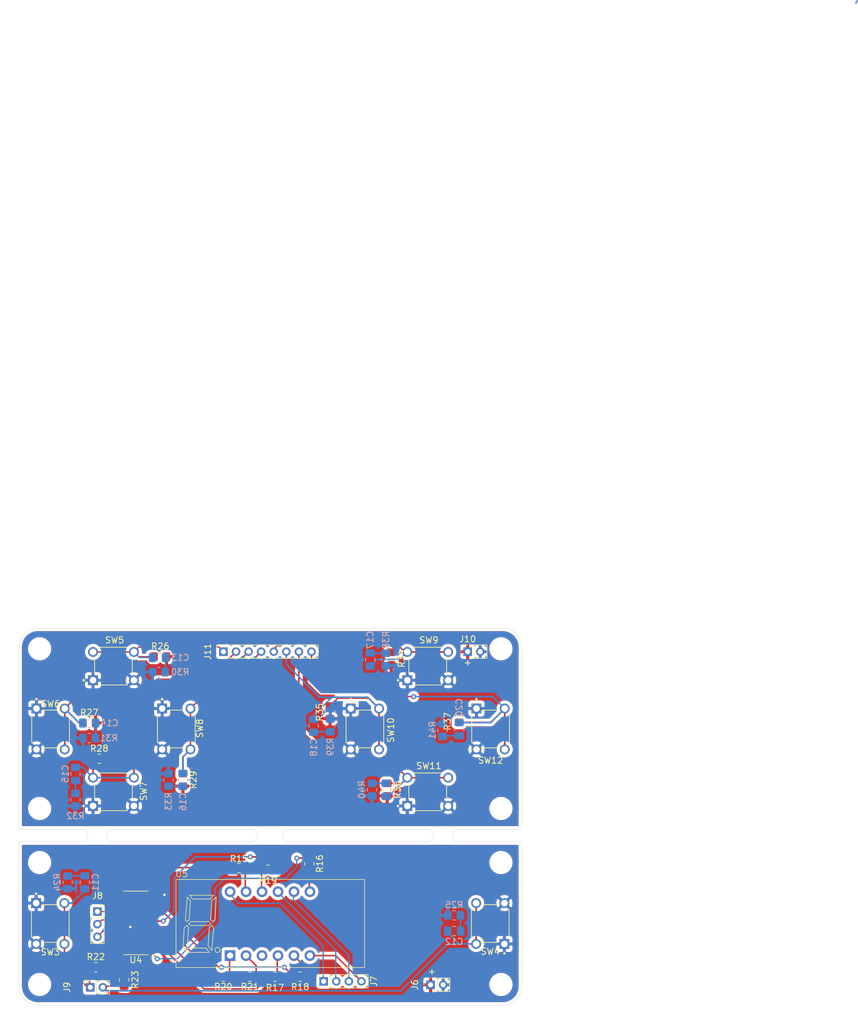
<source format=kicad_pcb>
(kicad_pcb (version 20240108) (generator "pcbnew") (generator_version "8.0")
  (layers (0 "F.Cu" signal) (31 "B.Cu" signal) (34 "B.Paste" user) (35 "F.Paste" user) (36 "B.SilkS" user "B.Silkscreen") (37 "F.SilkS" user "F.Silkscreen") (38 "B.Mask" user) (39 "F.Mask" user) (44 "Edge.Cuts" user))
  (net 0 "")
  (net 1 "GND")
  (net 2 "VDD")
  (net 3 "Multiplex 1")
  (net 4 "Multiplex 2")
  (net 5 "Multiplex 3")
  (net 6 "Multiplex 4")
  (net 7 "/Score display/A")
  (net 8 "Net-(U4-QA)")
  (net 9 "/Score display/B")
  (net 10 "Net-(U4-QB)")
  (net 11 "/Score display/C")
  (net 12 "Net-(U4-QC)")
  (net 13 "Net-(U4-QG)")
  (net 14 "/Score display/G")
  (net 15 "Net-(U4-QF)")
  (net 16 "/Score display/F")
  (net 17 "Net-(U4-QE)")
  (net 18 "/Score display/E")
  (net 19 "/Score display/D")
  (net 20 "Net-(U4-QD)")
  (net 22 "Score latch")
  (net 23 "Score data")
  (net 24 "Score clk")
  (net 26 "Net-(C11-Pad2)")
  (net 27 "Net-(C12-Pad2)")
  (net 28 "Net-(C13-Pad2)")
  (net 29 "Net-(C14-Pad2)")
  (net 30 "Net-(C15-Pad2)")
  (net 31 "Net-(C16-Pad2)")
  (net 32 "Net-(C17-Pad2)")
  (net 33 "Net-(C18-Pad2)")
  (net 35 "/Score display/Button 9")
  (net 36 "/Score display/Button 10")
  (net 37 "/Press buttons/Button 1")
  (net 38 "/Press buttons/Button 2")
  (net 39 "/Press buttons/Button 3")
  (net 40 "/Press buttons/Button 4")
  (net 41 "/Press buttons/Button 6")
  (net 42 "/Press buttons/Button 7")
  (net 43 "Net-(C19-Pad2)")
  (net 44 "/Press buttons/Button 8")
  (net 45 "Net-(C20-Pad2)")
  (net 46 "/Press buttons/Button 5")
  (footprint "Resistor_SMD:R_0805_2012Metric_Pad1.20x1.40mm_HandSolder" (layer "F.Cu") (at 147.206 88.909 -90)
    (property "Reference" "R35")
    (property "Value" "4.7k")
  )
  (footprint "Resistor_SMD:R_0805_2012Metric_Pad1.20x1.40mm_HandSolder" (layer "F.Cu") (at 138.456 130.959)
    (property "Reference" "R17")
    (property "Value" "220R")
  )
  (footprint "Resistor_SMD:R_0805_2012Metric_Pad1.20x1.40mm_HandSolder" (layer "F.Cu") (at 109.956 129.459)
    (property "Reference" "R22")
    (property "Value" "4.7k")
  )
  (footprint "" (layer "F.Cu") (at 174.406 112.809 -90)
    (property "Reference" "")
    (property "Value" "")
  )
  (footprint "Resistor_SMD:R_0805_2012Metric_Pad1.20x1.40mm_HandSolder" (layer "F.Cu") (at 120.206 80.059)
    (property "Reference" "R26")
    (property "Value" "4.7k")
  )
  (footprint "" (layer "F.Cu") (at 101.006 78.809 -90)
    (property "Reference" "")
    (property "Value" "")
  )
  (footprint "2048_footprints:SW_TL1105SPF160Q" (layer "F.Cu") (at 162.756 81.559)
    (property "Reference" "SW9")
    (property "Value" "Button")
  )
  (footprint "2048_footprints:SW_TL1105SPF160Q" (layer "F.Cu") (at 152.756 91.559 -90)
    (property "Reference" "SW10")
    (property "Value" "Button")
  )
  (footprint "" (layer "F.Cu") (at 174.406 78.809 -90)
    (property "Reference" "")
    (property "Value" "")
  )
  (footprint "" (layer "F.Cu") (at 174.406 132.209 90)
    (property "Reference" "")
    (property "Value" "")
  )
  (footprint "Resistor_SMD:R_0805_2012Metric_Pad1.20x1.40mm_HandSolder" (layer "F.Cu") (at 156.306 101.209 -90)
    (property "Reference" "R36")
    (property "Value" "4.7k")
  )
  (footprint "" (layer "F.Cu") (at 101.006 132.209 90)
    (property "Reference" "")
    (property "Value" "")
  )
  (footprint "" (layer "F.Cu") (at 174.406 104.209 90)
    (property "Reference" "" (hide yes))
    (property "Value" "")
  )
  (footprint "2048_footprints:SW_TL1105SPF160Q" (layer "F.Cu") (at 112.756 81.559)
    (property "Reference" "SW5")
    (property "Value" "Button")
  )
  (footprint "2048_footprints:SW_TL1105SPF160Q" (layer "F.Cu") (at 172.756 91.559 -90)
    (property "Reference" "SW12")
    (property "Value" "Button")
  )
  (footprint "Package_SO:SOP-16_3.9x9.9mm_P1.27mm" (layer "F.Cu") (at 116.321 122.409 180)
    (property "Reference" "U4")
    (property "Value" "74HC595")
  )
  (footprint "2048_footprints:CL3641BH" (layer "F.Cu") (at 137.706 129.509)
    (property "Reference" "U5")
    (property "Value" "CL3641BH")
  )
  (footprint "Resistor_SMD:R_0805_2012Metric_Pad1.20x1.40mm_HandSolder" (layer "F.Cu") (at 130.221 130.959 180)
    (property "Reference" "R20")
    (property "Value" "220R")
  )
  (footprint "2048_footprints:SW_TL1105SPF160Q" (layer "F.Cu") (at 102.706 122.509 -90)
    (property "Reference" "SW3")
    (property "Value" "Button")
  )
  (footprint "" (layer "F.Cu") (at 101.006 104.209 90)
    (property "Reference" "")
    (property "Value" "")
  )
  (footprint "2048_footprints:SW_TL1105SPF160Q" (layer "F.Cu") (at 172.706 122.509 90)
    (property "Reference" "SW4")
    (property "Value" "Button")
  )
  (footprint "Resistor_SMD:R_0805_2012Metric_Pad1.20x1.40mm_HandSolder" (layer "F.Cu") (at 167.756 89.509 90)
    (property "Reference" "R37")
    (property "Value" "4.7k")
  )
  (footprint "Resistor_SMD:R_0805_2012Metric_Pad1.20x1.40mm_HandSolder" (layer "F.Cu") (at 108.906 90.609)
    (property "Reference" "R27")
    (property "Value" "4.7k")
  )
  (footprint "Resistor_SMD:R_0805_2012Metric_Pad1.20x1.40mm_HandSolder" (layer "F.Cu") (at 142.456 130.959 180)
    (property "Reference" "R18")
    (property "Value" "220R")
  )
  (footprint "Connector_PinSocket_2.00mm:PinSocket_1x02_P2.00mm_Vertical" (layer "F.Cu") (at 169.106 79.259 90)
    (property "Reference" "J10")
    (property "Value" "Power conn")
  )
  (footprint "Resistor_SMD:R_0805_2012Metric_Pad1.20x1.40mm_HandSolder" (layer "F.Cu") (at 114.456 131.459 90)
    (property "Reference" "R23")
    (property "Value" "4.7k")
  )
  (footprint "Connector_PinSocket_2.00mm:PinSocket_1x08_P2.00mm_Vertical" (layer "F.Cu") (at 130.256 79.259 90)
    (property "Reference" "J11")
    (property "Value" "Button conn")
  )
  (footprint "Resistor_SMD:R_0805_2012Metric_Pad1.20x1.40mm_HandSolder" (layer "F.Cu") (at 123.806 99.659 -90)
    (property "Reference" "R29")
    (property "Value" "4.7k")
  )
  (footprint "2048_footprints:SW_TL1105SPF160Q" (layer "F.Cu") (at 162.756 101.559)
    (property "Reference" "SW11")
    (property "Value" "Button")
  )
  (footprint "2048_footprints:SW_TL1105SPF160Q" (layer "F.Cu") (at 122.756 91.559 -90)
    (property "Reference" "SW8")
    (property "Value" "Button")
  )
  (footprint "Connector_PinSocket_2.00mm:PinSocket_1x02_P2.00mm_Vertical" (layer "F.Cu") (at 109.071 132.659 90)
    (property "Reference" "J9")
    (property "Value" "Misc conn 1")
  )
  (footprint "2048_footprints:SW_TL1105SPF160Q" (layer "F.Cu") (at 112.756 101.559)
    (property "Reference" "SW7")
    (property "Value" "Button")
  )
  (footprint "2048_footprints:SW_TL1105SPF160Q" (layer "F.Cu") (at 102.756 91.559 -90)
    (property "Reference" "SW6")
    (property "Value" "Button")
  )
  (footprint "Connector_PinSocket_2.00mm:PinSocket_1x02_P2.00mm_Vertical" (layer "F.Cu") (at 163.206 132.259 90)
    (property "Reference" "J6")
    (property "Value" "Power conn")
  )
  (footprint "Resistor_SMD:R_0805_2012Metric_Pad1.20x1.40mm_HandSolder" (layer "F.Cu") (at 132.721 113.709)
    (property "Reference" "R15")
    (property "Value" "220R")
  )
  (footprint "Resistor_SMD:R_0805_2012Metric_Pad1.20x1.40mm_HandSolder" (layer "F.Cu") (at 110.506 96.309)
    (property "Reference" "R28")
    (property "Value" "4.7k")
  )
  (footprint "Resistor_SMD:R_0805_2012Metric_Pad1.20x1.40mm_HandSolder" (layer "F.Cu") (at 143.921004 112.989 -90)
    (property "Reference" "R16")
    (property "Value" "220R")
  )
  (footprint "Resistor_SMD:R_0805_2012Metric_Pad1.20x1.40mm_HandSolder" (layer "F.Cu") (at 134.456 130.959 180)
    (property "Reference" "R21")
    (property "Value" "220R")
  )
  (footprint "Resistor_SMD:R_0805_2012Metric_Pad1.20x1.40mm_HandSolder" (layer "F.Cu") (at 137.356 113.959)
    (property "Reference" "R19")
    (property "Value" "220R")
  )
  (footprint "Connector_PinSocket_2.00mm:PinSocket_1x04_P2.00mm_Vertical" (layer "F.Cu") (at 146.206 131.709 90)
    (property "Reference" "J7")
    (property "Value" "Mux Conn")
  )
  (footprint "Connector_PinSocket_2.00mm:PinSocket_1x03_P2.00mm_Vertical" (layer "F.Cu") (at 110.206 120.609)
    (property "Reference" "J8")
    (property "Value" "Shift Reg Conn")
  )
  (footprint "Resistor_SMD:R_0805_2012Metric_Pad1.20x1.40mm_HandSolder" (layer "F.Cu") (at 156.956 80.359 -90)
    (property "Reference" "R34")
    (property "Value" "4.7k")
  )
  (footprint "" (layer "F.Cu") (at 101.006 112.809 -90)
    (property "Reference" "")
    (property "Value" "")
  )
  (footprint "Capacitor_SMD:C_0805_2012Metric_Pad1.18x1.45mm_HandSolder" (layer "B.Cu") (at 108.906 90.609)
    (property "Reference" "C14")
    (property "Value" "0.1uF (DNP)")
  )
  (footprint "Resistor_SMD:R_0805_2012Metric_Pad1.20x1.40mm_HandSolder" (layer "B.Cu") (at 108.906 93.009 180)
    (property "Reference" "R31")
    (property "Value" "100R (DNP)")
  )
  (footprint "Capacitor_SMD:C_0805_2012Metric_Pad1.18x1.45mm_HandSolder" (layer "B.Cu") (at 106.706 98.709 -90)
    (property "Reference" "C15")
    (property "Value" "0.1uF (DNP)")
  )
  (footprint "Resistor_SMD:R_0805_2012Metric_Pad1.20x1.40mm_HandSolder" (layer "B.Cu") (at 119.9685 82.509 180)
    (property "Reference" "R30")
    (property "Value" "100R (DNP)")
  )
  (footprint "Resistor_SMD:R_0805_2012Metric_Pad1.20x1.40mm_HandSolder" (layer "B.Cu") (at 147.256 90.9965 90)
    (property "Reference" "R39")
    (property "Value" "100R (DNP)")
  )
  (footprint "Resistor_SMD:R_0805_2012Metric_Pad1.20x1.40mm_HandSolder" (layer "B.Cu") (at 153.906 101.209 -90)
    (property "Reference" "R40")
    (property "Value" "100R (DNP)")
  )
  (footprint "Capacitor_SMD:C_0805_2012Metric_Pad1.18x1.45mm_HandSolder" (layer "B.Cu") (at 123.806 99.659 -90)
    (property "Reference" "C16")
    (property "Value" "0.1uF (DNP)")
  )
  (footprint "Resistor_SMD:R_0805_2012Metric_Pad1.20x1.40mm_HandSolder" (layer "B.Cu") (at 165.106 91.759 90)
    (property "Reference" "R41")
    (property "Value" "100R (DNP)")
  )
  (footprint "Capacitor_SMD:C_0805_2012Metric_Pad1.18x1.45mm_HandSolder" (layer "B.Cu") (at 153.606 80.509 90)
    (property "Reference" "C17")
    (property "Value" "0.1uF (DNP)")
  )
  (footprint "Resistor_SMD:R_0805_2012Metric_Pad1.20x1.40mm_HandSolder" (layer "B.Cu") (at 105.456 115.959 -90)
    (property "Reference" "R24")
    (property "Value" "100R (DNP)")
  )
  (footprint "Resistor_SMD:R_0805_2012Metric_Pad1.20x1.40mm_HandSolder" (layer "B.Cu") (at 106.706 102.809 -90)
    (property "Reference" "R32")
    (property "Value" "100R (DNP)")
  )
  (footprint "Capacitor_SMD:C_0805_2012Metric_Pad1.18x1.45mm_HandSolder" (layer "B.Cu") (at 108.206 115.959 90)
    (property "Reference" "C11")
    (property "Value" "0.1uF (DNP)")
  )
  (footprint "Resistor_SMD:R_0805_2012Metric_Pad1.20x1.40mm_HandSolder" (layer "B.Cu") (at 121.506 99.659 90)
    (property "Reference" "R33")
    (property "Value" "100R (DNP)")
  )
  (footprint "Capacitor_SMD:C_0805_2012Metric_Pad1.18x1.45mm_HandSolder" (layer "B.Cu") (at 120.006 80.209)
    (property "Reference" "C13")
    (property "Value" "0.1uF (DNP)")
  )
  (footprint "Capacitor_SMD:C_0805_2012Metric_Pad1.18x1.45mm_HandSolder" (layer "B.Cu") (at 167.756 91.5965 -90)
    (property "Reference" "C20")
    (property "Value" "0.1uF (DNP)")
  )
  (footprint "Capacitor_SMD:C_0805_2012Metric_Pad1.18x1.45mm_HandSolder" (layer "B.Cu") (at 156.106 101.2465 90)
    (property "Reference" "C19")
    (property "Value" "0.1uF (DNP)")
  )
  (footprint "Resistor_SMD:R_0805_2012Metric_Pad1.20x1.40mm_HandSolder" (layer "B.Cu") (at 156.106 80.509 -90)
    (property "Reference" "R38")
    (property "Value" "100R (DNP)")
  )
  (footprint "Capacitor_SMD:C_0805_2012Metric_Pad1.18x1.45mm_HandSolder" (layer "B.Cu") (at 144.606 91.0465 -90)
    (property "Reference" "C18")
    (property "Value" "0.1uF (DNP)")
  )
  (footprint "Capacitor_SMD:C_0805_2012Metric_Pad1.18x1.45mm_HandSolder" (layer "B.Cu") (at 166.956 123.709)
    (property "Reference" "C12")
    (property "Value" "0.1uF (DNP)")
  )
  (footprint "Resistor_SMD:R_0805_2012Metric_Pad1.20x1.40mm_HandSolder" (layer "B.Cu") (at 166.956 121.209 180)
    (property "Reference" "R25")
    (property "Value" "100R (DNP)")
  )
  (gr_arc (start 134.706 107.509) (mid 135.706 108.509) (end 134.706 109.509) (stroke (width 0.05)) (layer "Edge.Cuts"))
  (gr_line (start 140.706 107.509) (end 162.712 107.509) (stroke (width 0.05)) (layer "Edge.Cuts"))
  (gr_line (start 97.706 109.509) (end 107.706 109.509) (stroke (width 0.05)) (layer "Edge.Cuts"))
  (gr_line (start 177.706 109.509) (end 177.706 132.509) (stroke (width 0.05)) (layer "Edge.Cuts"))
  (gr_arc (start 97.706 78.509) (mid 98.58468 76.38768) (end 100.706 75.509) (stroke (width 0.05)) (layer "Edge.Cuts"))
  (gr_line (start 177.706 107.509) (end 167.706 107.509) (stroke (width 0.05)) (layer "Edge.Cuts"))
  (gr_line (start 177.706 109.509) (end 167.706 109.509) (stroke (width 0.05)) (layer "Edge.Cuts"))
  (gr_line (start 162.706 109.509) (end 140.7 109.509) (stroke (width 0.05)) (layer "Edge.Cuts"))
  (gr_arc (start 112.706 109.509) (mid 111.706 108.509) (end 112.706 107.509) (stroke (width 0.05)) (layer "Edge.Cuts"))
  (gr_line (start 112.706 107.509) (end 134.7 107.509) (stroke (width 0.05)) (layer "Edge.Cuts"))
  (gr_line (start 100.706 75.509) (end 174.706 75.509) (stroke (width 0.05)) (layer "Edge.Cuts"))
  (gr_arc (start 140.706 109.509) (mid 139.706 108.509) (end 140.706 107.509) (stroke (width 0.05)) (layer "Edge.Cuts"))
  (gr_line (start 174.706 135.509) (end 100.706 135.509) (stroke (width 0.05)) (layer "Edge.Cuts"))
  (gr_arc (start 107.706 107.509) (mid 108.706 108.509) (end 107.706 109.509) (stroke (width 0.05)) (layer "Edge.Cuts"))
  (gr_arc (start 177.706 132.509) (mid 176.82732 134.63032) (end 174.706 135.509) (stroke (width 0.05)) (layer "Edge.Cuts"))
  (gr_line (start 134.7 109.509) (end 112.706 109.509) (stroke (width 0.05)) (layer "Edge.Cuts"))
  (gr_line (start 97.706 109.509) (end 97.706 132.509) (stroke (width 0.05)) (layer "Edge.Cuts"))
  (gr_arc (start 162.706 107.509) (mid 163.706 108.509) (end 162.706 109.509) (stroke (width 0.05)) (layer "Edge.Cuts"))
  (gr_arc (start 167.706 109.509) (mid 166.706 108.509) (end 167.706 107.509) (stroke (width 0.05)) (layer "Edge.Cuts"))
  (gr_line (start 97.706 107.509) (end 97.706 78.509) (stroke (width 0.05)) (layer "Edge.Cuts"))
  (gr_line (start 177.706 107.509) (end 177.706 78.509) (stroke (width 0.05)) (layer "Edge.Cuts"))
  (gr_arc (start 100.706 135.509) (mid 98.58468 134.63032) (end 97.706 132.509) (stroke (width 0.05)) (layer "Edge.Cuts"))
  (gr_arc (start 174.706 75.509) (mid 176.82732 76.38768) (end 177.706 78.509) (stroke (width 0.05)) (layer "Edge.Cuts"))
  (gr_line (start 97.706 107.509) (end 107.706 107.509) (stroke (width 0.05)) (layer "Edge.Cuts"))
  (gr_text "+" (at 162.706 130.709 0) (layer "F.SilkS") (effects (font (size 1 1)) (justify left bottom)))
  (gr_text "+" (at 168.406 81.559 0) (layer "F.SilkS") (effects (font (size 1 1)) (justify left bottom)))
  (segment (start 230.9 -23.875) (end 230.9 -24.075) (width 0.2) (layer "B.Cu") (net 0))
  (segment (start 230.9 -24.075) (end 231.125 -24.3) (width 0.2) (layer "B.Cu") (net 0))
  (segment (start 118.821 117.964) (end 120.866 117.964) (width 0.25) (layer "F.Cu") (net 1))
  (segment (start 115.431 123.044) (end 115.446 123.059) (width 0.25) (layer "F.Cu") (net 1))
  (segment (start 120.866 117.964) (end 120.871 117.959) (width 0.25) (layer "F.Cu") (net 1))
  (segment (start 113.821 123.044) (end 115.431 123.044) (width 0.25) (layer "F.Cu") (net 1))
  (via (at 120.871 117.959) (size 0.8) (drill 0.4) (layers "F.Cu" "B.Cu") (net 1))
  (via (at 115.446 123.059) (size 0.8) (drill 0.4) (layers "F.Cu" "B.Cu") (net 1))
  (segment (start 139.321 119.309) (end 146.121 126.109) (width 0.2) (layer "B.Cu") (net 3))
  (segment (start 131.226 117.814) (end 132.721 119.309) (width 0.2) (layer "B.Cu") (net 3))
  (segment (start 146.121 131.624) (end 146.206 131.709) (width 0.2) (layer "B.Cu") (net 3))
  (segment (start 146.121 126.109) (end 146.121 131.624) (width 0.2) (layer "B.Cu") (net 3))
  (segment (start 131.226 117.449) (end 131.226 117.814) (width 0.2) (layer "B.Cu") (net 3))
  (segment (start 132.721 119.309) (end 139.321 119.309) (width 0.2) (layer "B.Cu") (net 3))
  (segment (start 138.846 117.449) (end 148.121 126.724) (width 0.2) (layer "B.Cu") (net 4))
  (segment (start 148.121 131.624) (end 148.206 131.709) (width 0.2) (layer "B.Cu") (net 4))
  (segment (start 148.121 126.724) (end 148.121 131.624) (width 0.2) (layer "B.Cu") (net 4))
  (segment (start 150.206 127.594) (end 150.206 131.709) (width 0.2) (layer "B.Cu") (net 5))
  (segment (start 141.386 117.449) (end 141.386 118.774) (width 0.2) (layer "B.Cu") (net 5))
  (segment (start 141.386 118.774) (end 150.206 127.594) (width 0.2) (layer "B.Cu") (net 5))
  (segment (start 144.006 127.609) (end 148.106 127.609) (width 0.25) (layer "F.Cu") (net 6))
  (segment (start 148.106 127.609) (end 152.206 131.709) (width 0.25) (layer "F.Cu") (net 6))
  (segment (start 133.721004 113.989) (end 133.721 113.989004) (width 0.25) (layer "F.Cu") (net 7))
  (segment (start 133.721 113.989004) (end 133.721 117.404) (width 0.25) (layer "F.Cu") (net 7))
  (segment (start 133.721 117.404) (end 133.766 117.449) (width 0.25) (layer "F.Cu") (net 7))
  (segment (start 114.820999 125.584) (end 116.937 123.467999) (width 0.25) (layer "F.Cu") (net 8))
  (segment (start 116.937 123.467999) (end 116.937 116.093) (width 0.25) (layer "F.Cu") (net 8))
  (segment (start 114.651004 125.779) (end 113.921004 125.779) (width 0.2) (layer "F.Cu") (net 8))
  (segment (start 113.821 125.584) (end 114.820999 125.584) (width 0.25) (layer "F.Cu") (net 8))
  (segment (start 119.421 113.609) (end 131.621 113.609) (width 0.25) (layer "F.Cu") (net 8))
  (segment (start 131.621 113.609) (end 131.721 113.709) (width 0.25) (layer "F.Cu") (net 8))
  (segment (start 116.937 116.093) (end 119.421 113.609) (width 0.25) (layer "F.Cu") (net 8))
  (segment (start 143.921 117.444) (end 143.926 117.449) (width 0.25) (layer "F.Cu") (net 9))
  (segment (start 143.921004 113.989) (end 143.921 113.989004) (width 0.25) (layer "F.Cu") (net 9))
  (segment (start 143.921 113.989004) (end 143.921 117.444) (width 0.25) (layer "F.Cu") (net 9))
  (segment (start 141.921 112.109) (end 143.801004 112.109) (width 0.25) (layer "F.Cu") (net 10))
  (segment (start 118.821 126.854) (end 118.821 127.209) (width 0.2) (layer "F.Cu") (net 10))
  (segment (start 118.821 127.209) (end 119.721 128.109) (width 0.2) (layer "F.Cu") (net 10))
  (segment (start 143.801004 112.109) (end 143.921004 111.989) (width 0.25) (layer "F.Cu") (net 10))
  (via (at 119.721 128.109) (size 0.8) (drill 0.4) (layers "F.Cu" "B.Cu") (net 10))
  (via (at 141.921 112.109) (size 0.8) (drill 0.4) (layers "F.Cu" "B.Cu") (net 10))
  (segment (start 130.471 115.309) (end 140.121 115.309) (width 0.2) (layer "B.Cu") (net 10))
  (segment (start 140.121 115.309) (end 141.921 113.509) (width 0.2) (layer "B.Cu") (net 10))
  (segment (start 119.721 128.109) (end 122.921 128.109) (width 0.2) (layer "B.Cu") (net 10))
  (segment (start 128.921 116.859) (end 130.471 115.309) (width 0.2) (layer "B.Cu") (net 10))
  (segment (start 128.921 122.109) (end 128.921 116.859) (width 0.2) (layer "B.Cu") (net 10))
  (segment (start 141.921 113.509) (end 141.921 112.109) (width 0.2) (layer "B.Cu") (net 10))
  (segment (start 122.921 128.109) (end 128.921 122.109) (width 0.2) (layer "B.Cu") (net 10))
  (segment (start 138.821 127.629) (end 138.841 127.609) (width 0.25) (layer "F.Cu") (net 11))
  (segment (start 138.821 130.324) (end 138.821 127.629) (width 0.25) (layer "F.Cu") (net 11))
  (segment (start 139.456 130.959) (end 138.821 130.324) (width 0.25) (layer "F.Cu") (net 11))
  (segment (start 119.820999 125.584) (end 118.821 125.584) (width 0.25) (layer "F.Cu") (net 12))
  (segment (start 127.145999 132.909) (end 119.820999 125.584) (width 0.25) (layer "F.Cu") (net 12))
  (segment (start 135.506 132.909) (end 127.145999 132.909) (width 0.25) (layer "F.Cu") (net 12))
  (segment (start 137.456 130.959) (end 135.506 132.909) (width 0.25) (layer "F.Cu") (net 12))
  (segment (start 129.456 129.459) (end 129.956 129.459) (width 0.25) (layer "F.Cu") (net 13))
  (segment (start 139.956 129.459) (end 141.456 130.959) (width 0.25) (layer "F.Cu") (net 13))
  (segment (start 127.456 127.459) (end 129.456 129.459) (width 0.25) (layer "F.Cu") (net 13))
  (segment (start 120.501 120.504) (end 127.456 127.459) (width 0.25) (layer "F.Cu") (net 13))
  (segment (start 118.821 120.504) (end 120.501 120.504) (width 0.25) (layer "F.Cu") (net 13))
  (via (at 139.956 129.459) (size 0.8) (drill 0.4) (layers "F.Cu" "B.Cu") (net 13))
  (via (at 129.956 129.459) (size 0.8) (drill 0.4) (layers "F.Cu" "B.Cu") (net 13))
  (segment (start 139.956 129.459) (end 129.956 129.459) (width 0.25) (layer "B.Cu") (net 13))
  (segment (start 143.456 129.599) (end 141.466 127.609) (width 0.25) (layer "F.Cu") (net 14))
  (segment (start 143.456 130.959) (end 143.456 129.599) (width 0.25) (layer "F.Cu") (net 14))
  (segment (start 134.521 111.909) (end 136.241004 111.909) (width 0.25) (layer "F.Cu") (net 15))
  (segment (start 120.703 122.122) (end 119.169 122.122) (width 0.25) (layer "F.Cu") (net 15))
  (segment (start 119.169 122.122) (end 118.821 121.774) (width 0.25) (layer "F.Cu") (net 15))
  (segment (start 136.241004 111.909) (end 138.291004 113.959) (width 0.25) (layer "F.Cu") (net 15))
  (segment (start 138.291004 113.959) (end 138.356 113.959) (width 0.25) (layer "F.Cu") (net 15))
  (via (at 134.521 111.909) (size 0.8) (drill 0.4) (layers "F.Cu" "B.Cu") (net 15))
  (via (at 120.703 122.122) (size 0.8) (drill 0.4) (layers "F.Cu" "B.Cu") (net 15))
  (segment (start 125.721 111.909) (end 134.521 111.909) (width 0.25) (layer "B.Cu") (net 15))
  (segment (start 122.388 115.242) (end 125.721 111.909) (width 0.25) (layer "B.Cu") (net 15))
  (segment (start 120.703 122.122) (end 122.388 120.437) (width 0.25) (layer "B.Cu") (net 15))
  (segment (start 122.388 120.437) (end 122.388 115.242) (width 0.25) (layer "B.Cu") (net 15))
  (segment (start 136.321004 113.989) (end 136.306 114.004004) (width 0.25) (layer "F.Cu") (net 16))
  (segment (start 136.306 114.004004) (end 136.306 117.449) (width 0.25) (layer "F.Cu") (net 16))
  (segment (start 121.156 123.044) (end 118.821 123.044) (width 0.25) (layer "F.Cu") (net 17))
  (segment (start 129.071 130.959) (end 121.156 123.044) (width 0.25) (layer "F.Cu") (net 17))
  (segment (start 129.221 130.959) (end 129.071 130.959) (width 0.25) (layer "F.Cu") (net 17))
  (segment (start 131.221 127.609) (end 131.221 130.989) (width 0.25) (layer "F.Cu") (net 18))
  (segment (start 135.456 129.219) (end 133.846 127.609) (width 0.25) (layer "F.Cu") (net 19))
  (segment (start 133.821 127.669) (end 133.761 127.609) (width 0.25) (layer "F.Cu") (net 19))
  (segment (start 135.456 130.959) (end 135.456 129.219) (width 0.25) (layer "F.Cu") (net 19))
  (segment (start 120.226 124.314) (end 118.821 124.314) (width 0.25) (layer "F.Cu") (net 20))
  (segment (start 128.121 132.209) (end 120.226 124.314) (width 0.25) (layer "F.Cu") (net 20))
  (segment (start 133.456 130.959) (end 132.206 132.209) (width 0.25) (layer "F.Cu") (net 20))
  (segment (start 132.206 132.209) (end 128.121 132.209) (width 0.25) (layer "F.Cu") (net 20))
  (segment (start 113.821 121.774) (end 113.006 121.774) (width 0.2) (layer "F.Cu") (net 22))
  (segment (start 110.856 121.959) (end 110.206 122.609) (width 0.2) (layer "F.Cu") (net 22))
  (segment (start 112.821 121.959) (end 110.856 121.959) (width 0.2) (layer "F.Cu") (net 22))
  (segment (start 113.006 121.774) (end 112.821 121.959) (width 0.2) (layer "F.Cu") (net 22))
  (segment (start 112.726 124.314) (end 111.721 123.309) (width 0.2) (layer "F.Cu") (net 23))
  (segment (start 111.721 123.309) (end 111.506 123.309) (width 0.2) (layer "F.Cu") (net 23))
  (segment (start 111.506 123.309) (end 110.206 124.609) (width 0.2) (layer "F.Cu") (net 23))
  (segment (start 113.821 124.314) (end 112.726 124.314) (width 0.2) (layer "F.Cu") (net 23))
  (segment (start 112.716001 120.609) (end 110.206 120.609) (width 0.2) (layer "F.Cu") (net 24))
  (segment (start 112.821001 120.504) (end 112.716001 120.609) (width 0.2) (layer "F.Cu") (net 24))
  (segment (start 113.821 120.504) (end 112.821001 120.504) (width 0.2) (layer "F.Cu") (net 24))
  (segment (start 105.4935 114.9215) (end 105.456 114.959) (width 0.25) (layer "B.Cu") (net 26))
  (segment (start 108.206 114.9215) (end 105.4935 114.9215) (width 0.25) (layer "B.Cu") (net 26))
  (segment (start 167.9935 121.2465) (end 167.956 121.209) (width 0.25) (layer "B.Cu") (net 27))
  (segment (start 167.9935 123.709) (end 167.9935 121.2465) (width 0.25) (layer "B.Cu") (net 27))
  (segment (start 121.0435 80.209) (end 121.0435 82.434) (width 0.25) (layer "B.Cu") (net 28))
  (segment (start 121.0435 82.434) (end 120.9685 82.509) (width 0.25) (layer "B.Cu") (net 28))
  (segment (start 109.9435 90.609) (end 109.9435 92.9715) (width 0.25) (layer "B.Cu") (net 29))
  (segment (start 109.9435 92.9715) (end 109.906 93.009) (width 0.25) (layer "B.Cu") (net 29))
  (segment (start 109.906 90.6465) (end 109.9435 90.609) (width 0.25) (layer "B.Cu") (net 29))
  (segment (start 106.706 99.7465) (end 106.706 101.809) (width 0.25) (layer "B.Cu") (net 30))
  (segment (start 121.506 100.659) (end 123.7685 100.659) (width 0.25) (layer "B.Cu") (net 31))
  (segment (start 123.7685 100.659) (end 123.806 100.6965) (width 0.25) (layer "B.Cu") (net 31))
  (segment (start 156.0685 79.4715) (end 156.106 79.509) (width 0.25) (layer "B.Cu") (net 32))
  (segment (start 153.606 79.4715) (end 156.0685 79.4715) (width 0.25) (layer "B.Cu") (net 32))
  (segment (start 147.256 91.9965) (end 144.6935 91.9965) (width 0.25) (layer "B.Cu") (net 33))
  (segment (start 144.6935 91.9965) (end 144.606 92.084) (width 0.25) (layer "B.Cu") (net 33))
  (segment (start 108.956 132.544) (end 109.071 132.659) (width 0.25) (layer "F.Cu") (net 35))
  (segment (start 108.656 132.659) (end 104.956 128.959) (width 0.25) (layer "F.Cu") (net 35))
  (segment (start 104.956 128.959) (end 104.956 125.759) (width 0.25) (layer "F.Cu") (net 35))
  (segment (start 109.071 132.659) (end 108.656 132.659) (width 0.25) (layer "F.Cu") (net 35))
  (segment (start 104.956 119.259) (end 104.956 125.759) (width 0.25) (layer "F.Cu") (net 35))
  (segment (start 108.956 129.459) (end 108.956 132.544) (width 0.25) (layer "F.Cu") (net 35))
  (segment (start 106.156 119.259) (end 104.956 119.259) (width 0.25) (layer "B.Cu") (net 35))
  (segment (start 108.206 116.9965) (end 108.206 117.209) (width 0.25) (layer "B.Cu") (net 35))
  (segment (start 108.206 117.209) (end 106.156 119.259) (width 0.25) (layer "B.Cu") (net 35))
  (segment (start 114.456 132.459) (end 111.271 132.459) (width 0.25) (layer "F.Cu") (net 36))
  (segment (start 111.271 132.459) (end 111.071 132.659) (width 0.25) (layer "F.Cu") (net 36))
  (segment (start 170.456 119.259) (end 170.456 125.759) (width 0.25) (layer "F.Cu") (net 36))
  (segment (start 158.456 133.209) (end 165.906 125.759) (width 0.25) (layer "B.Cu") (net 36))
  (segment (start 165.906 125.759) (end 167.706 125.759) (width 0.25) (layer "B.Cu") (net 36))
  (segment (start 167.706 125.759) (end 170.456 125.759) (width 0.25) (layer "B.Cu") (net 36))
  (segment (start 165.9185 123.9715) (end 167.706 125.759) (width 0.25) (layer "B.Cu") (net 36))
  (segment (start 165.9185 123.709) (end 165.9185 123.9715) (width 0.25) (layer "B.Cu") (net 36))
  (segment (start 111.071 132.659) (end 111.621 133.209) (width 0.25) (layer "B.Cu") (net 36))
  (segment (start 111.621 133.209) (end 158.456 133.209) (width 0.25) (layer "B.Cu") (net 36))
  (segment (start 119.206 80.059) (end 116.756 80.059) (width 0.2) (layer "F.Cu") (net 37))
  (segment (start 129.5185 78.5215) (end 130.256 79.259) (width 0.2) (layer "F.Cu") (net 37))
  (segment (start 116.756 80.059) (end 116.30652 79.60952) (width 0.2) (layer "F.Cu") (net 37))
  (segment (start 116.006 79.309) (end 116.7935 78.5215) (width 0.2) (layer "F.Cu") (net 37))
  (segment (start 109.506 79.309) (end 116.006 79.309) (width 0.2) (layer "F.Cu") (net 37))
  (segment (start 116.7935 78.5215) (end 129.5185 78.5215) (width 0.2) (layer "F.Cu") (net 37))
  (segment (start 116.906 80.209) (end 116.006 79.309) (width 0.2) (layer "B.Cu") (net 37))
  (segment (start 118.9685 80.209) (end 116.906 80.209) (width 0.2) (layer "B.Cu") (net 37))
  (segment (start 107.806 90.609) (end 107.306 90.609) (width 0.25) (layer "F.Cu") (net 38))
  (segment (start 129.656 81.859) (end 132.256 79.259) (width 0.25) (layer "F.Cu") (net 38))
  (segment (start 105.006 88.309) (end 105.006 94.809) (width 0.25) (layer "F.Cu") (net 38))
  (segment (start 119.656 83.659) (end 126.256 83.659) (width 0.25) (layer "F.Cu") (net 38))
  (segment (start 107.306 90.609) (end 105.006 88.309) (width 0.25) (layer "F.Cu") (net 38))
  (segment (start 126.256 83.659) (end 128.056 81.859) (width 0.25) (layer "F.Cu") (net 38))
  (segment (start 117.256 86.059) (end 119.656 83.659) (width 0.25) (layer "F.Cu") (net 38))
  (segment (start 107.256 86.059) (end 117.256 86.059) (width 0.25) (layer "F.Cu") (net 38))
  (segment (start 105.006 88.309) (end 107.256 86.059) (width 0.25) (layer "F.Cu") (net 38))
  (segment (start 128.056 81.859) (end 129.656 81.859) (width 0.25) (layer "F.Cu") (net 38))
  (segment (start 107.306 90.609) (end 107.8685 90.609) (width 0.25) (layer "B.Cu") (net 38))
  (segment (start 105.006 88.309) (end 107.306 90.609) (width 0.25) (layer "B.Cu") (net 38))
  (segment (start 128.756 82.659) (end 130.856 82.659) (width 0.25) (layer "F.Cu") (net 39))
  (segment (start 130.856 82.659) (end 134.256 79.259) (width 0.25) (layer "F.Cu") (net 39))
  (segment (start 120.056 85.059) (end 126.356 85.059) (width 0.25) (layer "F.Cu") (net 39))
  (segment (start 126.356 85.059) (end 128.756 82.659) (width 0.25) (layer "F.Cu") (net 39))
  (segment (start 116.006 99.309) (end 116.006 89.109) (width 0.25) (layer "F.Cu") (net 39))
  (segment (start 116.006 89.109) (end 120.056 85.059) (width 0.25) (layer "F.Cu") (net 39))
  (segment (start 109.506 96.309) (end 109.506 99.309) (width 0.25) (layer "F.Cu") (net 39))
  (segment (start 109.506 99.309) (end 116.006 99.309) (width 0.25) (layer "B.Cu") (net 39))
  (segment (start 106.706 97.6715) (end 107.8685 97.6715) (width 0.25) (layer "B.Cu") (net 39))
  (segment (start 107.8685 97.6715) (end 109.506 99.309) (width 0.25) (layer "B.Cu") (net 39))
  (segment (start 125.006 94.809) (end 125.006 88.309) (width 0.25) (layer "F.Cu") (net 40))
  (segment (start 125.006 88.309) (end 129.906 83.409) (width 0.25) (layer "F.Cu") (net 40))
  (segment (start 132.106 83.409) (end 136.256 79.259) (width 0.25) (layer "F.Cu") (net 40))
  (segment (start 123.806 98.659) (end 123.806 96.009) (width 0.25) (layer "F.Cu") (net 40))
  (segment (start 129.906 83.409) (end 132.106 83.409) (width 0.25) (layer "F.Cu") (net 40))
  (segment (start 123.806 96.009) (end 125.006 94.809) (width 0.25) (layer "F.Cu") (net 40))
  (segment (start 123.806 98.6215) (end 123.806 96.009) (width 0.25) (layer "B.Cu") (net 40))
  (segment (start 123.806 96.009) (end 125.006 94.809) (width 0.25) (layer "B.Cu") (net 40))
  (segment (start 153.356 86.659) (end 155.006 88.309) (width 0.25) (layer "F.Cu") (net 41))
  (segment (start 155.006 88.309) (end 155.006 94.809) (width 0.25) (layer "F.Cu") (net 41))
  (segment (start 148.456 86.659) (end 153.356 86.659) (width 0.25) (layer "F.Cu") (net 41))
  (segment (start 147.206 87.909) (end 148.456 86.659) (width 0.25) (layer "F.Cu") (net 41))
  (segment (start 153.206 86.509) (end 155.006 88.309) (width 0.25) (layer "B.Cu") (net 41))
  (segment (start 147.506 86.509) (end 145.506 86.509) (width 0.25) (layer "B.Cu") (net 41))
  (segment (start 147.506 86.509) (end 153.206 86.509) (width 0.25) (layer "B.Cu") (net 41))
  (segment (start 145.506 86.509) (end 140.256 81.259) (width 0.25) (layer "B.Cu") (net 41))
  (segment (start 144.606 90.009) (end 144.606 89.409) (width 0.25) (layer "B.Cu") (net 41))
  (segment (start 144.606 89.409) (end 147.506 86.509) (width 0.25) (layer "B.Cu") (net 41))
  (segment (start 140.256 81.259) (end 140.256 79.259) (width 0.25) (layer "B.Cu") (net 41))
  (segment (start 148.956 98.159) (end 158.356 98.159) (width 0.25) (layer "F.Cu") (net 42))
  (segment (start 156.306 100.209) (end 158.606 100.209) (width 0.25) (layer "F.Cu") (net 42))
  (segment (start 142.256 91.459) (end 148.956 98.159) (width 0.25) (layer "F.Cu") (net 42))
  (segment (start 159.506 99.309) (end 166.006 99.309) (width 0.25) (layer "F.Cu") (net 42))
  (segment (start 158.356 98.159) (end 159.506 99.309) (width 0.25) (layer "F.Cu") (net 42))
  (segment (start 142.256 79.259) (end 142.256 91.459) (width 0.25) (layer "F.Cu") (net 42))
  (segment (start 158.606 100.209) (end 159.506 99.309) (width 0.25) (layer "F.Cu") (net 42))
  (segment (start 156.531 102.284) (end 159.506 99.309) (width 0.25) (layer "B.Cu") (net 42))
  (segment (start 156.106 102.284) (end 156.531 102.284) (width 0.25) (layer "B.Cu") (net 42))
  (segment (start 156.106 100.209) (end 153.906 100.209) (width 0.25) (layer "B.Cu") (net 43))
  (segment (start 160.506 86.409) (end 155.156 86.409) (width 0.25) (layer "F.Cu") (net 44))
  (segment (start 155.156 86.409) (end 154.206 85.459) (width 0.25) (layer "F.Cu") (net 44))
  (segment (start 145.856 85.459) (end 144.256 83.859) (width 0.25) (layer "F.Cu") (net 44))
  (segment (start 144.256 83.859) (end 144.256 79.259) (width 0.25) (layer "F.Cu") (net 44))
  (segment (start 167.606 90.509) (end 172.806 90.509) (width 0.25) (layer "F.Cu") (net 44))
  (segment (start 175.006 88.309) (end 175.006 94.809) (width 0.25) (layer "F.Cu") (net 44))
  (segment (start 154.206 85.459) (end 145.856 85.459) (width 0.25) (layer "F.Cu") (net 44))
  (segment (start 172.806 90.509) (end 175.006 88.309) (width 0.25) (layer "F.Cu") (net 44))
  (via (at 160.506 86.409) (size 0.8) (drill 0.4) (layers "F.Cu" "B.Cu") (net 44))
  (segment (start 167.756 90.559) (end 172.756 90.559) (width 0.25) (layer "B.Cu") (net 44))
  (segment (start 172.756 90.559) (end 175.006 88.309) (width 0.25) (layer "B.Cu") (net 44))
  (segment (start 160.506 86.409) (end 173.106 86.409) (width 0.25) (layer "B.Cu") (net 44))
  (segment (start 173.106 86.409) (end 175.006 88.309) (width 0.25) (layer "B.Cu") (net 44))
  (segment (start 165.216 92.634) (end 167.756 92.634) (width 0.25) (layer "B.Cu") (net 45))
  (segment (start 157.106 79.509) (end 159.306 79.509) (width 0.25) (layer "F.Cu") (net 46))
  (segment (start 159.306 79.509) (end 159.506 79.309) (width 0.25) (layer "F.Cu") (net 46))
  (segment (start 159.506 79.309) (end 166.006 79.309) (width 0.25) (layer "F.Cu") (net 46))
  (segment (start 157.156 77.359) (end 159.106 79.309) (width 0.25) (layer "F.Cu") (net 46))
  (segment (start 156.956 79.359) (end 157.106 79.509) (width 0.25) (layer "F.Cu") (net 46))
  (segment (start 139.756 77.359) (end 157.156 77.359) (width 0.25) (layer "F.Cu") (net 46))
  (segment (start 137.856 79.259) (end 139.756 77.359) (width 0.25) (layer "F.Cu") (net 46))
  (segment (start 158.306 80.509) (end 159.506 79.309) (width 0.25) (layer "B.Cu") (net 46))
  (segment (start 153.606 81.5465) (end 154.6435 80.509) (width 0.25) (layer "B.Cu") (net 46))
  (segment (start 154.6435 80.509) (end 158.306 80.509) (width 0.25) (layer "B.Cu") (net 46))
  (segment (start 153.5435 81.5465) (end 153.506 81.509) (width 0.25) (layer "B.Cu") (net 46))
  (zone (net 2) (net_name "VDD") (layer "F.Cu") (priority 2) (connect_pads (clearance 0.5)) (min_thickness 0.25) (fill yes (thermal_gap 0.5) (thermal_bridge_width 0.5))
    (polygon (pts (xy 94.706 72.509) (xy 94.706 138.509) (xy 179.706 138.509) (xy 179.706 72.509)))
  )
  (zone (net 0) (net_name "") (layers "F&B.Cu" "User.4") (connect_pads (clearance 0)) (min_thickness 0.25)
    (keepout (tracks not_allowed) (vias not_allowed) (pads not_allowed) (copperpour not_allowed) (footprints allowed))
    (fill (thermal_gap 0.5) (thermal_bridge_width 0.5))
    (polygon (pts (xy 97.706 107) (xy 97.706 110.009) (xy 177.706 110.009) (xy 177.706 107)))
  )
  (zone (net 1) (net_name "GND") (layer "B.Cu") (priority 2) (connect_pads (clearance 0.5)) (min_thickness 0.25) (fill yes (thermal_gap 0.5) (thermal_bridge_width 0.5))
    (polygon (pts (xy 94.706 72.509) (xy 94.706 138.509) (xy 179.706 138.509) (xy 179.706 72.509)))
  )
)
</source>
